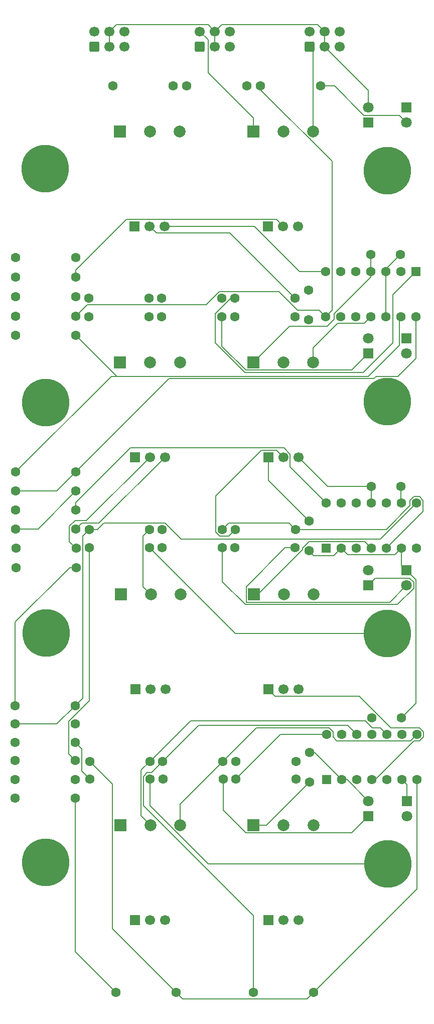
<source format=gbr>
%TF.GenerationSoftware,KiCad,Pcbnew,9.0.6*%
%TF.CreationDate,2026-01-20T20:27:34+11:00*%
%TF.ProjectId,attenuverter,61747465-6e75-4766-9572-7465722e6b69,rev?*%
%TF.SameCoordinates,Original*%
%TF.FileFunction,Copper,L2,Bot*%
%TF.FilePolarity,Positive*%
%FSLAX46Y46*%
G04 Gerber Fmt 4.6, Leading zero omitted, Abs format (unit mm)*
G04 Created by KiCad (PCBNEW 9.0.6) date 2026-01-20 20:27:34*
%MOMM*%
%LPD*%
G01*
G04 APERTURE LIST*
G04 Aperture macros list*
%AMRoundRect*
0 Rectangle with rounded corners*
0 $1 Rounding radius*
0 $2 $3 $4 $5 $6 $7 $8 $9 X,Y pos of 4 corners*
0 Add a 4 corners polygon primitive as box body*
4,1,4,$2,$3,$4,$5,$6,$7,$8,$9,$2,$3,0*
0 Add four circle primitives for the rounded corners*
1,1,$1+$1,$2,$3*
1,1,$1+$1,$4,$5*
1,1,$1+$1,$6,$7*
1,1,$1+$1,$8,$9*
0 Add four rect primitives between the rounded corners*
20,1,$1+$1,$2,$3,$4,$5,0*
20,1,$1+$1,$4,$5,$6,$7,0*
20,1,$1+$1,$6,$7,$8,$9,0*
20,1,$1+$1,$8,$9,$2,$3,0*%
G04 Aperture macros list end*
%TA.AperFunction,ComponentPad*%
%ADD10C,1.600000*%
%TD*%
%TA.AperFunction,ComponentPad*%
%ADD11RoundRect,0.250000X-0.550000X0.550000X-0.550000X-0.550000X0.550000X-0.550000X0.550000X0.550000X0*%
%TD*%
%TA.AperFunction,ComponentPad*%
%ADD12R,2.000000X2.000000*%
%TD*%
%TA.AperFunction,ComponentPad*%
%ADD13C,2.000000*%
%TD*%
%TA.AperFunction,ComponentPad*%
%ADD14R,1.800000X1.800000*%
%TD*%
%TA.AperFunction,ComponentPad*%
%ADD15C,1.800000*%
%TD*%
%TA.AperFunction,ComponentPad*%
%ADD16RoundRect,0.250000X0.550000X-0.550000X0.550000X0.550000X-0.550000X0.550000X-0.550000X-0.550000X0*%
%TD*%
%TA.AperFunction,ComponentPad*%
%ADD17RoundRect,0.250000X0.600000X-0.600000X0.600000X0.600000X-0.600000X0.600000X-0.600000X-0.600000X0*%
%TD*%
%TA.AperFunction,ComponentPad*%
%ADD18C,1.700000*%
%TD*%
%TA.AperFunction,ComponentPad*%
%ADD19C,8.000000*%
%TD*%
%TA.AperFunction,ComponentPad*%
%ADD20R,1.700000X1.700000*%
%TD*%
%TA.AperFunction,Conductor*%
%ADD21C,0.200000*%
%TD*%
G04 APERTURE END LIST*
D10*
%TO.P,R16,2*%
%TO.N,Net-(R16-Pad2)*%
X32360000Y-135800000D03*
%TO.P,R16,1*%
%TO.N,Net-(U2C-+)*%
X22200000Y-135800000D03*
%TD*%
%TO.P,R30,1*%
%TO.N,Net-(D1-A)*%
X73780000Y-31300000D03*
%TO.P,R30,2*%
%TO.N,Net-(R29-Pad1)*%
X63620000Y-31300000D03*
%TD*%
%TO.P,C2,2*%
%TO.N,GND*%
X71700000Y-70700000D03*
%TO.P,C2,1*%
%TO.N,12V*%
X71700000Y-65700000D03*
%TD*%
%TO.P,R31,1*%
%TO.N,Net-(J7-Pin_1)*%
X38680000Y-31300000D03*
%TO.P,R31,2*%
%TO.N,Net-(R29-Pad1)*%
X48840000Y-31300000D03*
%TD*%
%TO.P,R29,1*%
%TO.N,Net-(R29-Pad1)*%
X51120000Y-31300000D03*
%TO.P,R29,2*%
%TO.N,Net-(D2-K)*%
X61280000Y-31300000D03*
%TD*%
%TO.P,U1,14*%
%TO.N,Net-(R10-Pad1)*%
X89815000Y-70210000D03*
%TO.P,U1,13,-*%
%TO.N,Net-(U1D--)*%
X87275000Y-70210000D03*
%TO.P,U1,12,+*%
%TO.N,GND*%
X84735000Y-70210000D03*
%TO.P,U1,11,V-*%
%TO.N,12V*%
X82195000Y-70210000D03*
%TO.P,U1,10,+*%
%TO.N,GND*%
X79655000Y-70210000D03*
%TO.P,U1,9,-*%
%TO.N,Net-(U1C--)*%
X77115000Y-70210000D03*
%TO.P,U1,8*%
%TO.N,Net-(R29-Pad1)*%
X74575000Y-70210000D03*
%TO.P,U1,7*%
%TO.N,Net-(J5-Pin_3)*%
X74575000Y-62590000D03*
%TO.P,U1,6,-*%
%TO.N,Net-(J5-Pin_2)*%
X77115000Y-62590000D03*
%TO.P,U1,5,+*%
%TO.N,GND*%
X79655000Y-62590000D03*
%TO.P,U1,4,V+*%
%TO.N,-12V*%
X82195000Y-62590000D03*
%TO.P,U1,3,+*%
%TO.N,GND*%
X84735000Y-62590000D03*
%TO.P,U1,2,-*%
%TO.N,Net-(U1A--)*%
X87275000Y-62590000D03*
D11*
%TO.P,U1,1*%
%TO.N,Net-(R2-Pad2)*%
X89815000Y-62590000D03*
%TD*%
D10*
%TO.P,R18,1*%
%TO.N,Net-(J13-Pin_3)*%
X32480000Y-102800000D03*
%TO.P,R18,2*%
%TO.N,Net-(U3A-+)*%
X22320000Y-102800000D03*
%TD*%
D12*
%TO.P,J10,1,Pin_1*%
%TO.N,-12V*%
X62428400Y-77900000D03*
D13*
%TO.P,J10,2,Pin_2*%
%TO.N,Net-(J10-Pin_2)*%
X67508400Y-77900000D03*
%TO.P,J10,3,Pin_3*%
%TO.N,12V*%
X72508400Y-77900000D03*
%TD*%
D10*
%TO.P,C6,1*%
%TO.N,12V*%
X82400000Y-137900000D03*
%TO.P,C6,2*%
%TO.N,GND*%
X87400000Y-137900000D03*
%TD*%
%TO.P,R7,1*%
%TO.N,Net-(U1C--)*%
X22300000Y-70100000D03*
%TO.P,R7,2*%
%TO.N,Net-(R29-Pad1)*%
X32460000Y-70100000D03*
%TD*%
%TO.P,R26,1*%
%TO.N,Net-(R23-Pad2)*%
X72580000Y-184200000D03*
%TO.P,R26,2*%
%TO.N,Net-(U3D-+)*%
X62420000Y-184200000D03*
%TD*%
%TO.P,R27,1*%
%TO.N,Net-(U3D-+)*%
X22220000Y-148255600D03*
%TO.P,R27,2*%
%TO.N,Net-(J18-Pin_2)*%
X32380000Y-148255600D03*
%TD*%
%TO.P,R5,1*%
%TO.N,Net-(U1C--)*%
X22300000Y-63500000D03*
%TO.P,R5,2*%
%TO.N,Net-(J6-Pin_2)*%
X32460000Y-63500000D03*
%TD*%
%TO.P,R13,1*%
%TO.N,Net-(U2B-+)*%
X69500000Y-106100000D03*
%TO.P,R13,2*%
%TO.N,Net-(J10-Pin_2)*%
X59340000Y-106100000D03*
%TD*%
%TO.P,R20,1*%
%TO.N,Net-(U3A-+)*%
X59440000Y-145200000D03*
%TO.P,R20,2*%
%TO.N,Net-(J14-Pin_2)*%
X69600000Y-145200000D03*
%TD*%
D14*
%TO.P,D1,1,K*%
%TO.N,GND*%
X88236400Y-34899681D03*
D15*
%TO.P,D1,2,A*%
%TO.N,Net-(D1-A)*%
X88236400Y-37439681D03*
%TD*%
D10*
%TO.P,C1,1*%
%TO.N,GND*%
X87200000Y-59700000D03*
%TO.P,C1,2*%
%TO.N,-12V*%
X82200000Y-59700000D03*
%TD*%
%TO.P,R19,1*%
%TO.N,Net-(R16-Pad2)*%
X22200000Y-138900000D03*
%TO.P,R19,2*%
%TO.N,Net-(U3A-+)*%
X32360000Y-138900000D03*
%TD*%
D16*
%TO.P,U2,1*%
%TO.N,Net-(J9-Pin_3)*%
X74700000Y-109255600D03*
D10*
%TO.P,U2,2,-*%
%TO.N,GND*%
X77240000Y-109255600D03*
%TO.P,U2,3,+*%
%TO.N,Net-(J9-Pin_2)*%
X79780000Y-109255600D03*
%TO.P,U2,4,V+*%
%TO.N,-12V*%
X82320000Y-109255600D03*
%TO.P,U2,5,+*%
%TO.N,Net-(U2B-+)*%
X84860000Y-109255600D03*
%TO.P,U2,6,-*%
%TO.N,GND*%
X87400000Y-109255600D03*
%TO.P,U2,7*%
%TO.N,Net-(R14-Pad2)*%
X89940000Y-109255600D03*
%TO.P,U2,8*%
%TO.N,Net-(R16-Pad2)*%
X89940000Y-101635600D03*
%TO.P,U2,9,-*%
%TO.N,GND*%
X87400000Y-101635600D03*
%TO.P,U2,10,+*%
%TO.N,Net-(U2C-+)*%
X84860000Y-101635600D03*
%TO.P,U2,11,V-*%
%TO.N,12V*%
X82320000Y-101635600D03*
%TO.P,U2,12,+*%
%TO.N,Net-(J13-Pin_2)*%
X79780000Y-101635600D03*
%TO.P,U2,13,-*%
%TO.N,GND*%
X77240000Y-101635600D03*
%TO.P,U2,14*%
%TO.N,Net-(J13-Pin_3)*%
X74700000Y-101635600D03*
%TD*%
%TO.P,R23,1*%
%TO.N,Net-(U3B-+)*%
X39240000Y-184200000D03*
%TO.P,R23,2*%
%TO.N,Net-(R23-Pad2)*%
X49400000Y-184200000D03*
%TD*%
D14*
%TO.P,D7,1,K*%
%TO.N,GND*%
X88330800Y-151894000D03*
D15*
%TO.P,D7,2,A*%
%TO.N,Net-(D7-A)*%
X88330800Y-154434000D03*
%TD*%
D14*
%TO.P,D8,1,K*%
%TO.N,Net-(D8-K)*%
X81828400Y-154439000D03*
D15*
%TO.P,D8,2,A*%
%TO.N,GND*%
X81828400Y-151899000D03*
%TD*%
D10*
%TO.P,R39,1*%
%TO.N,Net-(R28-Pad2)*%
X47140000Y-148200000D03*
%TO.P,R39,2*%
%TO.N,Net-(D8-K)*%
X57300000Y-148200000D03*
%TD*%
D17*
%TO.P,J2,1,Pin_1*%
%TO.N,12V*%
X53386000Y-24646800D03*
D18*
%TO.P,J2,2,Pin_2*%
%TO.N,-12V*%
X53386000Y-22106800D03*
%TO.P,J2,3,Pin_3*%
%TO.N,GND*%
X55926000Y-24646800D03*
%TO.P,J2,4,Pin_4*%
X55926000Y-22106800D03*
%TO.P,J2,5,Pin_5*%
%TO.N,5V*%
X58466000Y-24646800D03*
%TO.P,J2,6,Pin_6*%
%TO.N,unconnected-(J2-Pin_6-Pad6)*%
X58466000Y-22106800D03*
%TD*%
D19*
%TO.P,J19,1,Pin_1*%
%TO.N,Net-(J19-Pin_1)*%
X85079600Y-162536138D03*
%TD*%
D10*
%TO.P,R6,1*%
%TO.N,Net-(R2-Pad2)*%
X46920000Y-67100000D03*
%TO.P,R6,2*%
%TO.N,Net-(U1C--)*%
X57080000Y-67100000D03*
%TD*%
%TO.P,R22,1*%
%TO.N,Net-(J16-Pin_1)*%
X22200000Y-151386000D03*
%TO.P,R22,2*%
%TO.N,Net-(U3B-+)*%
X32360000Y-151386000D03*
%TD*%
D20*
%TO.P,RV4,1,1*%
%TO.N,-12V*%
X64928400Y-93900000D03*
D18*
%TO.P,RV4,2,2*%
%TO.N,Net-(J10-Pin_2)*%
X67468400Y-93900000D03*
%TO.P,RV4,3,3*%
%TO.N,12V*%
X70008400Y-93900000D03*
%TD*%
D10*
%TO.P,C3,1*%
%TO.N,GND*%
X71800000Y-109700000D03*
%TO.P,C3,2*%
%TO.N,-12V*%
X71800000Y-104700000D03*
%TD*%
D14*
%TO.P,D6,1,K*%
%TO.N,Net-(D6-K)*%
X81795200Y-115535200D03*
D15*
%TO.P,D6,2,A*%
%TO.N,GND*%
X81795200Y-112995200D03*
%TD*%
D19*
%TO.P,J15,1,Pin_1*%
%TO.N,Net-(J15-Pin_1)*%
X85048109Y-123652826D03*
%TD*%
D10*
%TO.P,R32,1*%
%TO.N,Net-(D3-A)*%
X69400000Y-70200000D03*
%TO.P,R32,2*%
%TO.N,Net-(R14-Pad2)*%
X59240000Y-70200000D03*
%TD*%
D17*
%TO.P,J1,1,Pin_1*%
%TO.N,12V*%
X35560000Y-24700000D03*
D18*
%TO.P,J1,2,Pin_2*%
%TO.N,-12V*%
X35560000Y-22160000D03*
%TO.P,J1,3,Pin_3*%
%TO.N,GND*%
X38100000Y-24700000D03*
%TO.P,J1,4,Pin_4*%
X38100000Y-22160000D03*
%TO.P,J1,5,Pin_5*%
%TO.N,5V*%
X40640000Y-24700000D03*
%TO.P,J1,6,Pin_6*%
%TO.N,unconnected-(J1-Pin_6-Pad6)*%
X40640000Y-22160000D03*
%TD*%
D19*
%TO.P,J7,1,Pin_1*%
%TO.N,Net-(J7-Pin_1)*%
X85007313Y-45573630D03*
%TD*%
D10*
%TO.P,R2,1*%
%TO.N,Net-(U1A--)*%
X34640000Y-67100000D03*
%TO.P,R2,2*%
%TO.N,Net-(R2-Pad2)*%
X44800000Y-67100000D03*
%TD*%
D14*
%TO.P,D4,1,K*%
%TO.N,Net-(D4-K)*%
X81806800Y-76380800D03*
D15*
%TO.P,D4,2,A*%
%TO.N,GND*%
X81806800Y-73840800D03*
%TD*%
D19*
%TO.P,J16,1,Pin_1*%
%TO.N,Net-(J16-Pin_1)*%
X27320000Y-162282138D03*
%TD*%
D20*
%TO.P,RV5,1,1*%
%TO.N,unconnected-(J13-Pin_1-Pad1)*%
X42478400Y-133055600D03*
D18*
%TO.P,RV5,2,2*%
%TO.N,Net-(J13-Pin_2)*%
X45018400Y-133055600D03*
%TO.P,RV5,3,3*%
%TO.N,Net-(J13-Pin_3)*%
X47558400Y-133055600D03*
%TD*%
D12*
%TO.P,J18,1,Pin_1*%
%TO.N,-12V*%
X62450000Y-155955600D03*
D13*
%TO.P,J18,2,Pin_2*%
%TO.N,Net-(J18-Pin_2)*%
X67530000Y-155955600D03*
%TO.P,J18,3,Pin_3*%
%TO.N,12V*%
X72530000Y-155955600D03*
%TD*%
D10*
%TO.P,R38,1*%
%TO.N,Net-(D7-A)*%
X69600000Y-148200000D03*
%TO.P,R38,2*%
%TO.N,Net-(R28-Pad2)*%
X59440000Y-148200000D03*
%TD*%
%TO.P,R11,1*%
%TO.N,Net-(J9-Pin_3)*%
X32480000Y-106000000D03*
%TO.P,R11,2*%
%TO.N,Net-(U2B-+)*%
X22320000Y-106000000D03*
%TD*%
D20*
%TO.P,RV8,1,1*%
%TO.N,-12V*%
X64950000Y-171955600D03*
D18*
%TO.P,RV8,2,2*%
%TO.N,Net-(J18-Pin_2)*%
X67490000Y-171955600D03*
%TO.P,RV8,3,3*%
%TO.N,12V*%
X70030000Y-171955600D03*
%TD*%
D17*
%TO.P,J3,1,Pin_1*%
%TO.N,12V*%
X71860000Y-24646800D03*
D18*
%TO.P,J3,2,Pin_2*%
%TO.N,-12V*%
X71860000Y-22106800D03*
%TO.P,J3,3,Pin_3*%
%TO.N,GND*%
X74400000Y-24646800D03*
%TO.P,J3,4,Pin_4*%
X74400000Y-22106800D03*
%TO.P,J3,5,Pin_5*%
%TO.N,5V*%
X76940000Y-24646800D03*
%TO.P,J3,6,Pin_6*%
%TO.N,unconnected-(J3-Pin_6-Pad6)*%
X76940000Y-22106800D03*
%TD*%
D20*
%TO.P,RV6,1,1*%
%TO.N,-12V*%
X64918400Y-133055600D03*
D18*
%TO.P,RV6,2,2*%
%TO.N,Net-(J14-Pin_2)*%
X67458400Y-133055600D03*
%TO.P,RV6,3,3*%
%TO.N,12V*%
X69998400Y-133055600D03*
%TD*%
D19*
%TO.P,J8,1,Pin_1*%
%TO.N,Net-(J8-Pin_1)*%
X27349200Y-84661200D03*
%TD*%
D10*
%TO.P,R9,1*%
%TO.N,Net-(U1D--)*%
X22300000Y-96400000D03*
%TO.P,R9,2*%
%TO.N,Net-(R10-Pad1)*%
X32460000Y-96400000D03*
%TD*%
D19*
%TO.P,J4,1,Pin_1*%
%TO.N,Net-(J4-Pin_1)*%
X27276400Y-45270648D03*
%TD*%
D12*
%TO.P,J14,1,Pin_1*%
%TO.N,-12V*%
X62518400Y-117055600D03*
D13*
%TO.P,J14,2,Pin_2*%
%TO.N,Net-(J14-Pin_2)*%
X67598400Y-117055600D03*
%TO.P,J14,3,Pin_3*%
%TO.N,12V*%
X72598400Y-117055600D03*
%TD*%
D10*
%TO.P,R33,1*%
%TO.N,Net-(R14-Pad2)*%
X46940000Y-70200000D03*
%TO.P,R33,2*%
%TO.N,Net-(D4-K)*%
X57100000Y-70200000D03*
%TD*%
D16*
%TO.P,U3,1*%
%TO.N,Net-(R21-Pad2)*%
X74760000Y-148275600D03*
D10*
%TO.P,U3,2,-*%
%TO.N,GND*%
X77300000Y-148275600D03*
%TO.P,U3,3,+*%
%TO.N,Net-(U3A-+)*%
X79840000Y-148275600D03*
%TO.P,U3,4,V+*%
%TO.N,-12V*%
X82380000Y-148275600D03*
%TO.P,U3,5,+*%
%TO.N,Net-(U3B-+)*%
X84920000Y-148275600D03*
%TO.P,U3,6,-*%
%TO.N,GND*%
X87460000Y-148275600D03*
%TO.P,U3,7*%
%TO.N,Net-(R23-Pad2)*%
X90000000Y-148275600D03*
%TO.P,U3,8*%
%TO.N,Net-(J17-Pin_3)*%
X90000000Y-140655600D03*
%TO.P,U3,9,-*%
%TO.N,GND*%
X87460000Y-140655600D03*
%TO.P,U3,10,+*%
%TO.N,Net-(J17-Pin_2)*%
X84920000Y-140655600D03*
%TO.P,U3,11,V-*%
%TO.N,12V*%
X82380000Y-140655600D03*
%TO.P,U3,12,+*%
%TO.N,Net-(U3D-+)*%
X79840000Y-140655600D03*
%TO.P,U3,13,-*%
%TO.N,GND*%
X77300000Y-140655600D03*
%TO.P,U3,14*%
%TO.N,Net-(R28-Pad2)*%
X74760000Y-140655600D03*
%TD*%
%TO.P,R24,1*%
%TO.N,Net-(R23-Pad2)*%
X34800000Y-145200000D03*
%TO.P,R24,2*%
%TO.N,Net-(J17-Pin_2)*%
X44960000Y-145200000D03*
%TD*%
D12*
%TO.P,J5,1,Pin_1*%
%TO.N,unconnected-(J5-Pin_1-Pad1)*%
X39906400Y-38965448D03*
D13*
%TO.P,J5,2,Pin_2*%
%TO.N,Net-(J5-Pin_2)*%
X44986400Y-38965448D03*
%TO.P,J5,3,Pin_3*%
%TO.N,Net-(J5-Pin_3)*%
X49986400Y-38965448D03*
%TD*%
D20*
%TO.P,RV1,1,1*%
%TO.N,unconnected-(J5-Pin_1-Pad1)*%
X42366400Y-54965448D03*
D18*
%TO.P,RV1,2,2*%
%TO.N,Net-(J5-Pin_2)*%
X44906400Y-54965448D03*
%TO.P,RV1,3,3*%
%TO.N,Net-(J5-Pin_3)*%
X47446400Y-54965448D03*
%TD*%
D10*
%TO.P,R10,1*%
%TO.N,Net-(R10-Pad1)*%
X22340000Y-109255600D03*
%TO.P,R10,2*%
%TO.N,Net-(J9-Pin_2)*%
X32500000Y-109255600D03*
%TD*%
%TO.P,R8,1*%
%TO.N,Net-(J8-Pin_1)*%
X22320000Y-73383600D03*
%TO.P,R8,2*%
%TO.N,Net-(U1D--)*%
X32480000Y-73383600D03*
%TD*%
%TO.P,R25,1*%
%TO.N,Net-(J17-Pin_3)*%
X57280000Y-145200000D03*
%TO.P,R25,2*%
%TO.N,Net-(U3D-+)*%
X47120000Y-145200000D03*
%TD*%
%TO.P,R3,1*%
%TO.N,Net-(R2-Pad2)*%
X59240000Y-67100000D03*
%TO.P,R3,2*%
%TO.N,Net-(J5-Pin_2)*%
X69400000Y-67100000D03*
%TD*%
D20*
%TO.P,RV7,1,1*%
%TO.N,unconnected-(J17-Pin_1-Pad1)*%
X42410000Y-171955600D03*
D18*
%TO.P,RV7,2,2*%
%TO.N,Net-(J17-Pin_2)*%
X44950000Y-171955600D03*
%TO.P,RV7,3,3*%
%TO.N,Net-(J17-Pin_3)*%
X47490000Y-171955600D03*
%TD*%
D10*
%TO.P,R17,1*%
%TO.N,Net-(R16-Pad2)*%
X34740000Y-106100000D03*
%TO.P,R17,2*%
%TO.N,Net-(J13-Pin_2)*%
X44900000Y-106100000D03*
%TD*%
%TO.P,R12,1*%
%TO.N,Net-(R10-Pad1)*%
X22300000Y-99600000D03*
%TO.P,R12,2*%
%TO.N,Net-(U2B-+)*%
X32460000Y-99600000D03*
%TD*%
D20*
%TO.P,RV2,1,1*%
%TO.N,-12V*%
X64906400Y-54965448D03*
D18*
%TO.P,RV2,2,2*%
%TO.N,Net-(J6-Pin_2)*%
X67446400Y-54965448D03*
%TO.P,RV2,3,3*%
%TO.N,12V*%
X69986400Y-54965448D03*
%TD*%
D10*
%TO.P,R21,1*%
%TO.N,Net-(U3A-+)*%
X22220000Y-145100000D03*
%TO.P,R21,2*%
%TO.N,Net-(R21-Pad2)*%
X32380000Y-145100000D03*
%TD*%
%TO.P,R4,1*%
%TO.N,Net-(J5-Pin_3)*%
X32460000Y-66800000D03*
%TO.P,R4,2*%
%TO.N,Net-(U1C--)*%
X22300000Y-66800000D03*
%TD*%
%TO.P,C5,1*%
%TO.N,GND*%
X71900000Y-143700000D03*
%TO.P,C5,2*%
%TO.N,-12V*%
X71900000Y-148700000D03*
%TD*%
%TO.P,R40,1*%
%TO.N,Net-(J19-Pin_1)*%
X44960000Y-148200000D03*
%TO.P,R40,2*%
%TO.N,Net-(R28-Pad2)*%
X34800000Y-148200000D03*
%TD*%
%TO.P,R34,1*%
%TO.N,Net-(J11-Pin_1)*%
X44800000Y-70200000D03*
%TO.P,R34,2*%
%TO.N,Net-(R14-Pad2)*%
X34640000Y-70200000D03*
%TD*%
%TO.P,R36,1*%
%TO.N,Net-(R21-Pad2)*%
X47040000Y-109200000D03*
%TO.P,R36,2*%
%TO.N,Net-(D6-K)*%
X57200000Y-109200000D03*
%TD*%
%TO.P,R1,1*%
%TO.N,Net-(J4-Pin_1)*%
X22320000Y-60200000D03*
%TO.P,R1,2*%
%TO.N,Net-(U1A--)*%
X32480000Y-60200000D03*
%TD*%
D19*
%TO.P,J11,1,Pin_1*%
%TO.N,Net-(J11-Pin_1)*%
X85007200Y-84559600D03*
%TD*%
D10*
%TO.P,R15,1*%
%TO.N,Net-(J12-Pin_1)*%
X22359200Y-112538000D03*
%TO.P,R15,2*%
%TO.N,Net-(U2C-+)*%
X32519200Y-112538000D03*
%TD*%
%TO.P,R35,1*%
%TO.N,Net-(D5-A)*%
X69480000Y-109200000D03*
%TO.P,R35,2*%
%TO.N,Net-(R21-Pad2)*%
X59320000Y-109200000D03*
%TD*%
%TO.P,R37,1*%
%TO.N,Net-(J15-Pin_1)*%
X44880000Y-109200000D03*
%TO.P,R37,2*%
%TO.N,Net-(R21-Pad2)*%
X34720000Y-109200000D03*
%TD*%
D12*
%TO.P,J13,1,Pin_1*%
%TO.N,unconnected-(J13-Pin_1-Pad1)*%
X40018400Y-117055600D03*
D13*
%TO.P,J13,2,Pin_2*%
%TO.N,Net-(J13-Pin_2)*%
X45098400Y-117055600D03*
%TO.P,J13,3,Pin_3*%
%TO.N,Net-(J13-Pin_3)*%
X50098400Y-117055600D03*
%TD*%
D19*
%TO.P,J12,1,Pin_1*%
%TO.N,Net-(J12-Pin_1)*%
X27439200Y-123561600D03*
%TD*%
D10*
%TO.P,C4,1*%
%TO.N,12V*%
X82300000Y-98800000D03*
%TO.P,C4,2*%
%TO.N,GND*%
X87300000Y-98800000D03*
%TD*%
D20*
%TO.P,RV3,1,1*%
%TO.N,unconnected-(J9-Pin_1-Pad1)*%
X42388400Y-93900000D03*
D18*
%TO.P,RV3,2,2*%
%TO.N,Net-(J9-Pin_2)*%
X44928400Y-93900000D03*
%TO.P,RV3,3,3*%
%TO.N,Net-(J9-Pin_3)*%
X47468400Y-93900000D03*
%TD*%
D12*
%TO.P,J9,1,Pin_1*%
%TO.N,unconnected-(J9-Pin_1-Pad1)*%
X39928400Y-77900000D03*
D13*
%TO.P,J9,2,Pin_2*%
%TO.N,Net-(J9-Pin_2)*%
X45008400Y-77900000D03*
%TO.P,J9,3,Pin_3*%
%TO.N,Net-(J9-Pin_3)*%
X50008400Y-77900000D03*
%TD*%
D12*
%TO.P,J6,1,Pin_1*%
%TO.N,-12V*%
X62406400Y-38965448D03*
D13*
%TO.P,J6,2,Pin_2*%
%TO.N,Net-(J6-Pin_2)*%
X67486400Y-38965448D03*
%TO.P,J6,3,Pin_3*%
%TO.N,12V*%
X72486400Y-38965448D03*
%TD*%
D12*
%TO.P,J17,1,Pin_1*%
%TO.N,unconnected-(J17-Pin_1-Pad1)*%
X39950000Y-155955600D03*
D13*
%TO.P,J17,2,Pin_2*%
%TO.N,Net-(J17-Pin_2)*%
X45030000Y-155955600D03*
%TO.P,J17,3,Pin_3*%
%TO.N,Net-(J17-Pin_3)*%
X50030000Y-155955600D03*
%TD*%
D14*
%TO.P,D5,1,K*%
%TO.N,GND*%
X88275126Y-112995200D03*
D15*
%TO.P,D5,2,A*%
%TO.N,Net-(D5-A)*%
X88275126Y-115535200D03*
%TD*%
D10*
%TO.P,R14,1*%
%TO.N,Net-(U2B-+)*%
X57200000Y-106100000D03*
%TO.P,R14,2*%
%TO.N,Net-(R14-Pad2)*%
X47040000Y-106100000D03*
%TD*%
D14*
%TO.P,D3,1,K*%
%TO.N,GND*%
X88258400Y-73840800D03*
D15*
%TO.P,D3,2,A*%
%TO.N,Net-(D3-A)*%
X88258400Y-76380800D03*
%TD*%
D10*
%TO.P,R28,1*%
%TO.N,Net-(U3D-+)*%
X22200000Y-142000000D03*
%TO.P,R28,2*%
%TO.N,Net-(R28-Pad2)*%
X32360000Y-142000000D03*
%TD*%
D14*
%TO.P,D2,1,K*%
%TO.N,Net-(D2-K)*%
X81784800Y-37447448D03*
D15*
%TO.P,D2,2,A*%
%TO.N,GND*%
X81784800Y-34907448D03*
%TD*%
D21*
%TO.N,Net-(R21-Pad2)*%
X31259000Y-143979000D02*
X31259000Y-138443950D01*
X31259000Y-138443950D02*
X32594425Y-137108525D01*
X32594425Y-137108525D02*
X32608525Y-137108525D01*
%TO.N,Net-(R29-Pad1)*%
X32460000Y-70100000D02*
X34359000Y-68201000D01*
X69841950Y-69099000D02*
X73464000Y-69099000D01*
X34359000Y-68201000D02*
X54421950Y-68201000D01*
X54421950Y-68201000D02*
X56623950Y-65999000D01*
X56623950Y-65999000D02*
X66741950Y-65999000D01*
X66741950Y-65999000D02*
X69841950Y-69099000D01*
X73464000Y-69099000D02*
X74575000Y-70210000D01*
X63620000Y-31300000D02*
X63620000Y-31938940D01*
X63620000Y-31938940D02*
X75676000Y-43994940D01*
X75676000Y-43994940D02*
X75676000Y-69109000D01*
X75676000Y-69109000D02*
X74575000Y-70210000D01*
%TO.N,Net-(D1-A)*%
X73780000Y-31300000D02*
X76100000Y-31300000D01*
X76100000Y-31300000D02*
X81046448Y-36246448D01*
X81046448Y-36246448D02*
X87043167Y-36246448D01*
X87043167Y-36246448D02*
X88236400Y-37439681D01*
%TO.N,Net-(R23-Pad2)*%
X72580000Y-184200000D02*
X90000000Y-166780000D01*
X90000000Y-166780000D02*
X90000000Y-148275600D01*
%TO.N,Net-(D8-K)*%
X57300000Y-148200000D02*
X57300000Y-153407600D01*
X57300000Y-153407600D02*
X61149000Y-157256600D01*
X61149000Y-157256600D02*
X79010800Y-157256600D01*
X79010800Y-157256600D02*
X81828400Y-154439000D01*
%TO.N,-12V*%
X71900000Y-148700000D02*
X64644400Y-155955600D01*
X64644400Y-155955600D02*
X62450000Y-155955600D01*
%TO.N,Net-(J17-Pin_2)*%
X84920000Y-140655600D02*
X83819000Y-139554600D01*
X83819000Y-139554600D02*
X82497550Y-139554600D01*
X81299000Y-138356050D02*
X51803950Y-138356050D01*
X82497550Y-139554600D02*
X81299000Y-138356050D01*
X51803950Y-138356050D02*
X44960000Y-145200000D01*
%TO.N,Net-(U3D-+)*%
X79840000Y-140655600D02*
X78338000Y-139153600D01*
X78338000Y-139153600D02*
X53166400Y-139153600D01*
X53166400Y-139153600D02*
X47120000Y-145200000D01*
%TO.N,Net-(J17-Pin_3)*%
X90000000Y-140655600D02*
X88899000Y-141756600D01*
X88899000Y-141756600D02*
X76505950Y-141756600D01*
X76505950Y-141756600D02*
X75861000Y-141111650D01*
X75861000Y-141111650D02*
X75861000Y-140199550D01*
X75861000Y-140199550D02*
X75216050Y-139554600D01*
X75216050Y-139554600D02*
X62925400Y-139554600D01*
X62925400Y-139554600D02*
X57280000Y-145200000D01*
%TO.N,Net-(R28-Pad2)*%
X74760000Y-140655600D02*
X66984400Y-140655600D01*
X66984400Y-140655600D02*
X59440000Y-148200000D01*
%TO.N,GND*%
X77300000Y-148275600D02*
X72724400Y-143700000D01*
X72724400Y-143700000D02*
X71900000Y-143700000D01*
X88330800Y-151894000D02*
X88330800Y-149146400D01*
X88330800Y-149146400D02*
X87460000Y-148275600D01*
X81828400Y-151899000D02*
X78205000Y-148275600D01*
X78205000Y-148275600D02*
X77300000Y-148275600D01*
%TO.N,-12V*%
X82380000Y-148275600D02*
X83024950Y-148275600D01*
X83024950Y-148275600D02*
X89543950Y-141756600D01*
X90456050Y-139554600D02*
X85611650Y-139554600D01*
X80263650Y-134206600D02*
X66069400Y-134206600D01*
X89543950Y-141756600D02*
X90456050Y-141756600D01*
X66069400Y-134206600D02*
X64918400Y-133055600D01*
X90456050Y-141756600D02*
X91101000Y-141111650D01*
X91101000Y-141111650D02*
X91101000Y-140199550D01*
X91101000Y-140199550D02*
X90456050Y-139554600D01*
X85611650Y-139554600D02*
X80263650Y-134206600D01*
%TO.N,Net-(R23-Pad2)*%
X49400000Y-184200000D02*
X50501000Y-185301000D01*
X50501000Y-185301000D02*
X71479000Y-185301000D01*
X71479000Y-185301000D02*
X72580000Y-184200000D01*
%TO.N,Net-(U3B-+)*%
X39240000Y-184200000D02*
X32360000Y-177320000D01*
X32360000Y-177320000D02*
X32360000Y-151386000D01*
%TO.N,Net-(J17-Pin_2)*%
X44960000Y-145200000D02*
X43458000Y-146702000D01*
X43458000Y-146702000D02*
X43458000Y-154383600D01*
X43458000Y-154383600D02*
X45030000Y-155955600D01*
%TO.N,Net-(U3D-+)*%
X47120000Y-145200000D02*
X45221000Y-147099000D01*
X45221000Y-147099000D02*
X44503950Y-147099000D01*
X44503950Y-147099000D02*
X43859000Y-147743950D01*
X43859000Y-147743950D02*
X43859000Y-152659000D01*
X43859000Y-152659000D02*
X62420000Y-171220000D01*
X62420000Y-171220000D02*
X62420000Y-184200000D01*
%TO.N,Net-(J19-Pin_1)*%
X85079600Y-162536138D02*
X54770646Y-162536138D01*
X54770646Y-162536138D02*
X44960000Y-152725492D01*
X44960000Y-152725492D02*
X44960000Y-148200000D01*
%TO.N,Net-(R23-Pad2)*%
X34800000Y-145200000D02*
X38649000Y-149049000D01*
X38649000Y-149049000D02*
X38649000Y-173449000D01*
X38649000Y-173449000D02*
X49400000Y-184200000D01*
%TO.N,Net-(J17-Pin_3)*%
X57280000Y-145200000D02*
X50030000Y-152450000D01*
X50030000Y-152450000D02*
X50030000Y-155955600D01*
%TO.N,Net-(R16-Pad2)*%
X22200000Y-138900000D02*
X29260000Y-138900000D01*
X29260000Y-138900000D02*
X32360000Y-135800000D01*
%TO.N,Net-(R21-Pad2)*%
X32380000Y-145100000D02*
X31259000Y-143979000D01*
X32608525Y-137108525D02*
X34720000Y-134997050D01*
X34720000Y-134997050D02*
X34720000Y-109200000D01*
%TO.N,Net-(R28-Pad2)*%
X32360000Y-142000000D02*
X33481000Y-143121000D01*
X33481000Y-143121000D02*
X33481000Y-146881000D01*
X33481000Y-146881000D02*
X34800000Y-148200000D01*
%TO.N,GND*%
X88275126Y-112995200D02*
X89877126Y-114597200D01*
X89877126Y-114597200D02*
X89877126Y-135422874D01*
X89877126Y-135422874D02*
X87400000Y-137900000D01*
%TO.N,Net-(U2B-+)*%
X32460000Y-99600000D02*
X26060000Y-106000000D01*
X26060000Y-106000000D02*
X22320000Y-106000000D01*
%TO.N,Net-(R10-Pad1)*%
X22300000Y-99600000D02*
X29260000Y-99600000D01*
X29260000Y-99600000D02*
X32460000Y-96400000D01*
%TO.N,Net-(D6-K)*%
X57200000Y-109200000D02*
X57200000Y-114906300D01*
X61051300Y-118757600D02*
X86751197Y-118757600D01*
X57200000Y-114906300D02*
X61051300Y-118757600D01*
X86751197Y-118757600D02*
X89476126Y-116032671D01*
X89476126Y-116032671D02*
X89476126Y-115037729D01*
X89476126Y-115037729D02*
X88772597Y-114334200D01*
X88772597Y-114334200D02*
X82996200Y-114334200D01*
X82996200Y-114334200D02*
X81795200Y-115535200D01*
%TO.N,Net-(R16-Pad2)*%
X32360000Y-135800000D02*
X33619000Y-134541000D01*
X33619000Y-134541000D02*
X33619000Y-107221000D01*
X33619000Y-107221000D02*
X34740000Y-106100000D01*
%TO.N,Net-(U2C-+)*%
X32519200Y-112538000D02*
X31387830Y-112538000D01*
X31387830Y-112538000D02*
X22200000Y-121725830D01*
X22200000Y-121725830D02*
X22200000Y-135800000D01*
%TO.N,Net-(R16-Pad2)*%
X34740000Y-106100000D02*
X36099308Y-106100000D01*
X36099308Y-106100000D02*
X37200308Y-104999000D01*
X50250650Y-107753600D02*
X83822000Y-107753600D01*
X37200308Y-104999000D02*
X47496050Y-104999000D01*
X47496050Y-104999000D02*
X50250650Y-107753600D01*
X83822000Y-107753600D02*
X89940000Y-101635600D01*
%TO.N,Net-(J13-Pin_2)*%
X44900000Y-106100000D02*
X43779000Y-107221000D01*
X43779000Y-107221000D02*
X43779000Y-115736200D01*
X43779000Y-115736200D02*
X45098400Y-117055600D01*
%TO.N,Net-(J15-Pin_1)*%
X44880000Y-109200000D02*
X59332826Y-123652826D01*
X59332826Y-123652826D02*
X85048109Y-123652826D01*
%TO.N,Net-(D5-A)*%
X88275126Y-115535200D02*
X85453726Y-118356600D01*
X85453726Y-118356600D02*
X61217400Y-118356600D01*
X61217400Y-118356600D02*
X61217400Y-115754600D01*
X67772000Y-109200000D02*
X69480000Y-109200000D01*
X61217400Y-115754600D02*
X67772000Y-109200000D01*
%TO.N,-12V*%
X82320000Y-109255600D02*
X81219000Y-108154600D01*
X81219000Y-108154600D02*
X71788350Y-108154600D01*
X71788350Y-108154600D02*
X70699000Y-109243950D01*
X70699000Y-109243950D02*
X70699000Y-109538050D01*
X70699000Y-109538050D02*
X63181450Y-117055600D01*
X63181450Y-117055600D02*
X62518400Y-117055600D01*
%TO.N,Net-(U2B-+)*%
X84860000Y-109255600D02*
X91041000Y-103074600D01*
X91041000Y-103074600D02*
X91041000Y-101179550D01*
X91041000Y-101179550D02*
X90396050Y-100534600D01*
X90396050Y-100534600D02*
X89483950Y-100534600D01*
X88839000Y-102091650D02*
X84830650Y-106100000D01*
X84830650Y-106100000D02*
X69500000Y-106100000D01*
X89483950Y-100534600D02*
X88839000Y-101179550D01*
X88839000Y-101179550D02*
X88839000Y-102091650D01*
%TO.N,12V*%
X82300000Y-98800000D02*
X82300000Y-101615600D01*
X82300000Y-101615600D02*
X82320000Y-101635600D01*
%TO.N,GND*%
X87300000Y-98800000D02*
X87300000Y-101535600D01*
X87300000Y-101535600D02*
X87400000Y-101635600D01*
X87400000Y-109255600D02*
X87400000Y-112120074D01*
X87400000Y-112120074D02*
X88275126Y-112995200D01*
X77240000Y-109255600D02*
X78341000Y-110356600D01*
X78341000Y-110356600D02*
X86299000Y-110356600D01*
X86299000Y-110356600D02*
X87400000Y-109255600D01*
X71800000Y-109700000D02*
X72599999Y-110499999D01*
X72599999Y-110499999D02*
X75995601Y-110499999D01*
X75995601Y-110499999D02*
X77240000Y-109255600D01*
%TO.N,Net-(J13-Pin_3)*%
X74700000Y-101635600D02*
X68619400Y-95555000D01*
X68619400Y-95555000D02*
X68619400Y-93423240D01*
X67544160Y-92348000D02*
X41638400Y-92348000D01*
X68619400Y-93423240D02*
X67544160Y-92348000D01*
X41638400Y-92348000D02*
X32480000Y-101506400D01*
X32480000Y-101506400D02*
X32480000Y-102800000D01*
%TO.N,12V*%
X70008400Y-93900000D02*
X74908400Y-98800000D01*
X74908400Y-98800000D02*
X82300000Y-98800000D01*
%TO.N,Net-(J10-Pin_2)*%
X67468400Y-93900000D02*
X66317400Y-92749000D01*
X66317400Y-92749000D02*
X63777400Y-92749000D01*
X63777400Y-92749000D02*
X56099000Y-100427400D01*
X56099000Y-106556050D02*
X56743950Y-107201000D01*
X56099000Y-100427400D02*
X56099000Y-106556050D01*
X56743950Y-107201000D02*
X58239000Y-107201000D01*
X58239000Y-107201000D02*
X59340000Y-106100000D01*
%TO.N,-12V*%
X64928400Y-93900000D02*
X64928400Y-97828400D01*
X64928400Y-97828400D02*
X71800000Y-104700000D01*
%TO.N,Net-(U2B-+)*%
X57200000Y-106100000D02*
X58301000Y-104999000D01*
X58301000Y-104999000D02*
X68399000Y-104999000D01*
X68399000Y-104999000D02*
X69500000Y-106100000D01*
%TO.N,Net-(J9-Pin_2)*%
X44928400Y-93900000D02*
X34230400Y-104598000D01*
X32324950Y-104598000D02*
X31379000Y-105543950D01*
X34230400Y-104598000D02*
X32324950Y-104598000D01*
X31379000Y-105543950D02*
X31379000Y-108134600D01*
X31379000Y-108134600D02*
X32500000Y-109255600D01*
%TO.N,Net-(J9-Pin_3)*%
X47468400Y-93900000D02*
X36369400Y-104999000D01*
X36369400Y-104999000D02*
X33481000Y-104999000D01*
X33481000Y-104999000D02*
X32480000Y-106000000D01*
%TO.N,Net-(U1D--)*%
X22300000Y-96400000D02*
X38441400Y-80258600D01*
X38441400Y-80258600D02*
X39355000Y-80258600D01*
%TO.N,GND*%
X84735000Y-62590000D02*
X84735000Y-70210000D01*
%TO.N,Net-(R10-Pad1)*%
X89815000Y-70210000D02*
X89815000Y-77232333D01*
X89815000Y-77232333D02*
X86788733Y-80258600D01*
X86788733Y-80258600D02*
X83141400Y-80258600D01*
X82740400Y-80659600D02*
X48200400Y-80659600D01*
X83141400Y-80258600D02*
X82740400Y-80659600D01*
X48200400Y-80659600D02*
X32460000Y-96400000D01*
%TO.N,Net-(U1D--)*%
X32480000Y-73383600D02*
X39355000Y-80258600D01*
X39355000Y-80258600D02*
X81840600Y-80258600D01*
X81840600Y-80258600D02*
X87057400Y-75041800D01*
X87057400Y-75041800D02*
X87057400Y-70427600D01*
X87057400Y-70427600D02*
X87275000Y-70210000D01*
%TO.N,Net-(R2-Pad2)*%
X59240000Y-67100000D02*
X58642950Y-67100000D01*
X58642950Y-67100000D02*
X55999000Y-69743950D01*
X55999000Y-69743950D02*
X55999000Y-74639700D01*
X55999000Y-74639700D02*
X60961300Y-79602000D01*
X60961300Y-79602000D02*
X80987600Y-79602000D01*
X80987600Y-79602000D02*
X85936000Y-74653600D01*
X85936000Y-74653600D02*
X85936000Y-66469000D01*
X85936000Y-66469000D02*
X89815000Y-62590000D01*
%TO.N,Net-(D4-K)*%
X57100000Y-70200000D02*
X57100000Y-75173600D01*
X57100000Y-75173600D02*
X61127400Y-79201000D01*
X61127400Y-79201000D02*
X78986600Y-79201000D01*
X78986600Y-79201000D02*
X81806800Y-76380800D01*
%TO.N,12V*%
X72508400Y-77900000D02*
X72508400Y-75461550D01*
X72508400Y-75461550D02*
X76658950Y-71311000D01*
X76658950Y-71311000D02*
X81094000Y-71311000D01*
X81094000Y-71311000D02*
X82195000Y-70210000D01*
%TO.N,-12V*%
X62428400Y-77900000D02*
X68527400Y-71801000D01*
X68527400Y-71801000D02*
X74879050Y-71801000D01*
X74879050Y-71801000D02*
X76014000Y-70666050D01*
X82195000Y-63572950D02*
X82195000Y-62590000D01*
X76014000Y-70666050D02*
X76014000Y-69753950D01*
X76014000Y-69753950D02*
X82195000Y-63572950D01*
%TO.N,Net-(J6-Pin_2)*%
X67446400Y-54965448D02*
X66295400Y-53814448D01*
X32460000Y-62368630D02*
X32460000Y-63500000D01*
X66295400Y-53814448D02*
X41014182Y-53814448D01*
X41014182Y-53814448D02*
X32460000Y-62368630D01*
%TO.N,Net-(J5-Pin_3)*%
X47446400Y-54965448D02*
X62604400Y-54965448D01*
X62604400Y-54965448D02*
X70228952Y-62590000D01*
X70228952Y-62590000D02*
X74575000Y-62590000D01*
%TO.N,Net-(J5-Pin_2)*%
X44906400Y-54965448D02*
X46057400Y-56116448D01*
X46057400Y-56116448D02*
X58416448Y-56116448D01*
X58416448Y-56116448D02*
X69400000Y-67100000D01*
%TO.N,GND*%
X55926000Y-22106800D02*
X57077000Y-20955800D01*
X57077000Y-20955800D02*
X73249000Y-20955800D01*
X73249000Y-20955800D02*
X74400000Y-22106800D01*
X38100000Y-22160000D02*
X39304200Y-20955800D01*
X39304200Y-20955800D02*
X54775000Y-20955800D01*
X54775000Y-20955800D02*
X55926000Y-22106800D01*
X74400000Y-22106800D02*
X74400000Y-24646800D01*
X55926000Y-22106800D02*
X55926000Y-24646800D01*
X38100000Y-22160000D02*
X38100000Y-24700000D01*
X74400000Y-24646800D02*
X81784800Y-32031600D01*
X81784800Y-32031600D02*
X81784800Y-34907448D01*
%TO.N,12V*%
X72486400Y-38965448D02*
X72486400Y-25273200D01*
X72486400Y-25273200D02*
X71860000Y-24646800D01*
%TO.N,-12V*%
X62406400Y-38965448D02*
X62406400Y-36706400D01*
X62406400Y-36706400D02*
X54775000Y-29075000D01*
X54775000Y-29075000D02*
X54775000Y-23495800D01*
X54775000Y-23495800D02*
X53386000Y-22106800D01*
%TO.N,GND*%
X87200000Y-59700000D02*
X84735000Y-62165000D01*
X84735000Y-62165000D02*
X84735000Y-62590000D01*
%TO.N,-12V*%
X82200000Y-59700000D02*
X82200000Y-62585000D01*
X82200000Y-62585000D02*
X82195000Y-62590000D01*
%TD*%
M02*

</source>
